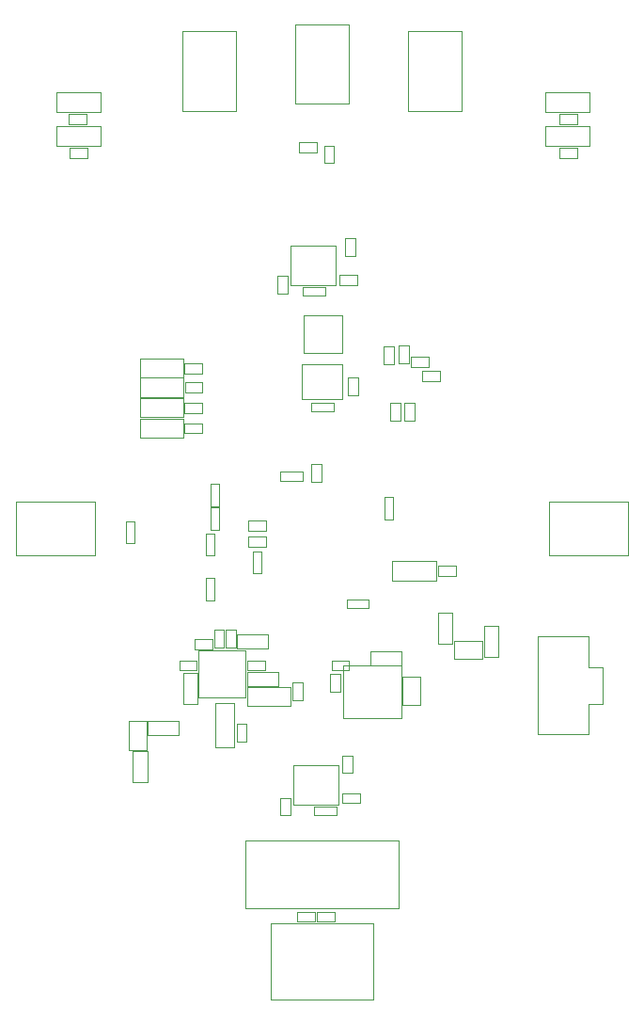
<source format=gbr>
G04 #@! TF.FileFunction,Other,User*
%FSLAX46Y46*%
G04 Gerber Fmt 4.6, Leading zero omitted, Abs format (unit mm)*
G04 Created by KiCad (PCBNEW 4.0.7-e2-6376~58~ubuntu16.04.1) date Mon Apr 16 03:32:28 2018*
%MOMM*%
%LPD*%
G01*
G04 APERTURE LIST*
%ADD10C,0.100000*%
%ADD11C,0.050000*%
G04 APERTURE END LIST*
D10*
D11*
X145779000Y-115300000D02*
X149779000Y-115300000D01*
X145779000Y-111700000D02*
X149779000Y-111700000D01*
X149779000Y-111700000D02*
X149779000Y-115300000D01*
X145779000Y-111700000D02*
X145779000Y-115300000D01*
X152980500Y-148194000D02*
X155780500Y-148194000D01*
X152980500Y-148194000D02*
X152980500Y-149494000D01*
X155780500Y-149494000D02*
X155780500Y-148194000D01*
X155780500Y-149494000D02*
X152980500Y-149494000D01*
X147632000Y-125838000D02*
X149632000Y-125838000D01*
X147632000Y-125838000D02*
X147632000Y-126638000D01*
X149632000Y-126638000D02*
X149632000Y-125838000D01*
X149632000Y-126638000D02*
X147632000Y-126638000D01*
X146891500Y-115424000D02*
X148891500Y-115424000D01*
X146891500Y-115424000D02*
X146891500Y-116224000D01*
X148891500Y-116224000D02*
X148891500Y-115424000D01*
X148891500Y-116224000D02*
X146891500Y-116224000D01*
X147886000Y-162160000D02*
X149886000Y-162160000D01*
X147886000Y-162160000D02*
X147886000Y-162960000D01*
X149886000Y-162960000D02*
X149886000Y-162160000D01*
X149886000Y-162960000D02*
X147886000Y-162960000D01*
X130918000Y-138499000D02*
X130918000Y-136499000D01*
X130918000Y-138499000D02*
X131718000Y-138499000D01*
X131718000Y-136499000D02*
X130918000Y-136499000D01*
X131718000Y-136499000D02*
X131718000Y-138499000D01*
X139338000Y-133154000D02*
X139338000Y-135154000D01*
X139338000Y-133154000D02*
X138538000Y-133154000D01*
X138538000Y-135154000D02*
X139338000Y-135154000D01*
X138538000Y-135154000D02*
X138538000Y-133154000D01*
X138538000Y-137292500D02*
X138538000Y-135292500D01*
X138538000Y-137292500D02*
X139338000Y-137292500D01*
X139338000Y-135292500D02*
X138538000Y-135292500D01*
X139338000Y-135292500D02*
X139338000Y-137292500D01*
X138893500Y-137599000D02*
X138893500Y-139599000D01*
X138893500Y-137599000D02*
X138093500Y-137599000D01*
X138093500Y-139599000D02*
X138893500Y-139599000D01*
X138093500Y-139599000D02*
X138093500Y-137599000D01*
X138093500Y-143642500D02*
X138093500Y-141642500D01*
X138093500Y-143642500D02*
X138893500Y-143642500D01*
X138893500Y-141642500D02*
X138093500Y-141642500D01*
X138893500Y-141642500D02*
X138893500Y-143642500D01*
X150807000Y-143554500D02*
X152807000Y-143554500D01*
X150807000Y-143554500D02*
X150807000Y-144354500D01*
X152807000Y-144354500D02*
X152807000Y-143554500D01*
X152807000Y-144354500D02*
X150807000Y-144354500D01*
X143148000Y-139208000D02*
X143148000Y-141208000D01*
X143148000Y-139208000D02*
X142348000Y-139208000D01*
X142348000Y-141208000D02*
X143148000Y-141208000D01*
X142348000Y-141208000D02*
X142348000Y-139208000D01*
X144817500Y-132061000D02*
X146817500Y-132061000D01*
X144817500Y-132061000D02*
X144817500Y-132861000D01*
X146817500Y-132861000D02*
X146817500Y-132061000D01*
X146817500Y-132861000D02*
X144817500Y-132861000D01*
X155022500Y-134360500D02*
X155022500Y-136360500D01*
X155022500Y-134360500D02*
X154222500Y-134360500D01*
X154222500Y-136360500D02*
X155022500Y-136360500D01*
X154222500Y-136360500D02*
X154222500Y-134360500D01*
X160352500Y-144765000D02*
X160352500Y-147565000D01*
X160352500Y-144765000D02*
X159052500Y-144765000D01*
X159052500Y-147565000D02*
X160352500Y-147565000D01*
X159052500Y-147565000D02*
X159052500Y-144765000D01*
X131557000Y-159947500D02*
X131557000Y-157147500D01*
X131557000Y-159947500D02*
X132857000Y-159947500D01*
X132857000Y-157147500D02*
X131557000Y-157147500D01*
X132857000Y-157147500D02*
X132857000Y-159947500D01*
X164480000Y-145932000D02*
X164480000Y-148732000D01*
X164480000Y-145932000D02*
X163180000Y-145932000D01*
X163180000Y-148732000D02*
X164480000Y-148732000D01*
X163180000Y-148732000D02*
X163180000Y-145932000D01*
X135714500Y-155780500D02*
X132914500Y-155780500D01*
X135714500Y-155780500D02*
X135714500Y-154480500D01*
X132914500Y-154480500D02*
X132914500Y-155780500D01*
X132914500Y-154480500D02*
X135714500Y-154480500D01*
X136065500Y-152962500D02*
X136065500Y-150162500D01*
X136065500Y-152962500D02*
X137365500Y-152962500D01*
X137365500Y-150162500D02*
X136065500Y-150162500D01*
X137365500Y-150162500D02*
X137365500Y-152962500D01*
X143755000Y-147970000D02*
X140955000Y-147970000D01*
X143755000Y-147970000D02*
X143755000Y-146670000D01*
X140955000Y-146670000D02*
X140955000Y-147970000D01*
X140955000Y-146670000D02*
X143755000Y-146670000D01*
X141844000Y-150035500D02*
X144644000Y-150035500D01*
X141844000Y-150035500D02*
X141844000Y-151335500D01*
X144644000Y-151335500D02*
X144644000Y-150035500D01*
X144644000Y-151335500D02*
X141844000Y-151335500D01*
X155470000Y-165205000D02*
X141720000Y-165205000D01*
X141720000Y-165205000D02*
X141720000Y-171355000D01*
X141720000Y-171355000D02*
X155470000Y-171355000D01*
X155470000Y-171355000D02*
X155470000Y-165205000D01*
X154938000Y-141820000D02*
X154938000Y-140120000D01*
X154938000Y-140120000D02*
X158838000Y-140120000D01*
X158838000Y-140120000D02*
X158838000Y-141820000D01*
X158838000Y-141820000D02*
X154938000Y-141820000D01*
X124712000Y-102704000D02*
X124712000Y-101004000D01*
X124712000Y-101004000D02*
X128612000Y-101004000D01*
X128612000Y-101004000D02*
X128612000Y-102704000D01*
X128612000Y-102704000D02*
X124712000Y-102704000D01*
X124712000Y-99656000D02*
X124712000Y-97956000D01*
X124712000Y-97956000D02*
X128612000Y-97956000D01*
X128612000Y-97956000D02*
X128612000Y-99656000D01*
X128612000Y-99656000D02*
X124712000Y-99656000D01*
X172638000Y-97956000D02*
X172638000Y-99656000D01*
X172638000Y-99656000D02*
X168738000Y-99656000D01*
X168738000Y-99656000D02*
X168738000Y-97956000D01*
X168738000Y-97956000D02*
X172638000Y-97956000D01*
X172638000Y-101004000D02*
X172638000Y-102704000D01*
X172638000Y-102704000D02*
X168738000Y-102704000D01*
X168738000Y-102704000D02*
X168738000Y-101004000D01*
X168738000Y-101004000D02*
X172638000Y-101004000D01*
X136082500Y-123610000D02*
X136082500Y-125310000D01*
X136082500Y-125310000D02*
X132182500Y-125310000D01*
X132182500Y-125310000D02*
X132182500Y-123610000D01*
X132182500Y-123610000D02*
X136082500Y-123610000D01*
X136082500Y-125451500D02*
X136082500Y-127151500D01*
X136082500Y-127151500D02*
X132182500Y-127151500D01*
X132182500Y-127151500D02*
X132182500Y-125451500D01*
X132182500Y-125451500D02*
X136082500Y-125451500D01*
X136082500Y-127293000D02*
X136082500Y-128993000D01*
X136082500Y-128993000D02*
X132182500Y-128993000D01*
X132182500Y-128993000D02*
X132182500Y-127293000D01*
X132182500Y-127293000D02*
X136082500Y-127293000D01*
X140677000Y-156806000D02*
X138977000Y-156806000D01*
X138977000Y-156806000D02*
X138977000Y-152906000D01*
X138977000Y-152906000D02*
X140677000Y-152906000D01*
X140677000Y-152906000D02*
X140677000Y-156806000D01*
X145734500Y-151423000D02*
X145734500Y-153123000D01*
X145734500Y-153123000D02*
X141834500Y-153123000D01*
X141834500Y-153123000D02*
X141834500Y-151423000D01*
X141834500Y-151423000D02*
X145734500Y-151423000D01*
X136010000Y-99575000D02*
X140860000Y-99575000D01*
X140860000Y-99575000D02*
X140860000Y-92425000D01*
X140860000Y-92425000D02*
X136010000Y-92425000D01*
X136010000Y-92425000D02*
X136010000Y-99575000D01*
X156330000Y-99575000D02*
X161180000Y-99575000D01*
X161180000Y-99575000D02*
X161180000Y-92425000D01*
X161180000Y-92425000D02*
X156330000Y-92425000D01*
X156330000Y-92425000D02*
X156330000Y-99575000D01*
X143990000Y-172670000D02*
X153190000Y-172670000D01*
X153190000Y-172670000D02*
X153190000Y-179520000D01*
X153190000Y-179520000D02*
X143990000Y-179520000D01*
X143990000Y-179520000D02*
X143990000Y-172670000D01*
X169030000Y-134740000D02*
X169030000Y-139590000D01*
X169030000Y-139590000D02*
X176180000Y-139590000D01*
X176180000Y-139590000D02*
X176180000Y-134740000D01*
X176180000Y-134740000D02*
X169030000Y-134740000D01*
X146170000Y-98940000D02*
X151020000Y-98940000D01*
X151020000Y-98940000D02*
X151020000Y-91790000D01*
X151020000Y-91790000D02*
X146170000Y-91790000D01*
X146170000Y-91790000D02*
X146170000Y-98940000D01*
X128150000Y-139580000D02*
X128150000Y-134730000D01*
X128150000Y-134730000D02*
X121000000Y-134730000D01*
X121000000Y-134730000D02*
X121000000Y-139580000D01*
X121000000Y-139580000D02*
X128150000Y-139580000D01*
X155854500Y-153077000D02*
X155854500Y-150477000D01*
X157454500Y-153077000D02*
X157454500Y-150477000D01*
X155854500Y-153077000D02*
X157454500Y-153077000D01*
X155854500Y-150477000D02*
X157454500Y-150477000D01*
X163046500Y-148882000D02*
X160446500Y-148882000D01*
X163046500Y-147282000D02*
X160446500Y-147282000D01*
X163046500Y-148882000D02*
X163046500Y-147282000D01*
X160446500Y-148882000D02*
X160446500Y-147282000D01*
X132816500Y-154465500D02*
X132816500Y-157065500D01*
X131216500Y-154465500D02*
X131216500Y-157065500D01*
X132816500Y-154465500D02*
X131216500Y-154465500D01*
X132816500Y-157065500D02*
X131216500Y-157065500D01*
X146906000Y-121350000D02*
X146906000Y-117950000D01*
X146906000Y-117950000D02*
X150406000Y-117950000D01*
X150406000Y-117950000D02*
X150406000Y-121350000D01*
X150406000Y-121350000D02*
X146906000Y-121350000D01*
X149346500Y-151861000D02*
X149346500Y-150261000D01*
X149346500Y-151861000D02*
X150246500Y-151861000D01*
X150246500Y-150261000D02*
X149346500Y-150261000D01*
X150246500Y-150261000D02*
X150246500Y-151861000D01*
X149446500Y-149029000D02*
X151046500Y-149029000D01*
X149446500Y-149029000D02*
X149446500Y-149929000D01*
X151046500Y-149929000D02*
X151046500Y-149029000D01*
X151046500Y-149929000D02*
X149446500Y-149929000D01*
X160624000Y-141420000D02*
X159024000Y-141420000D01*
X160624000Y-141420000D02*
X160624000Y-140520000D01*
X159024000Y-140520000D02*
X159024000Y-141420000D01*
X159024000Y-140520000D02*
X160624000Y-140520000D01*
X149702000Y-172535000D02*
X148102000Y-172535000D01*
X149702000Y-172535000D02*
X149702000Y-171635000D01*
X148102000Y-171635000D02*
X148102000Y-172535000D01*
X148102000Y-171635000D02*
X149702000Y-171635000D01*
X146335000Y-171635000D02*
X147935000Y-171635000D01*
X146335000Y-171635000D02*
X146335000Y-172535000D01*
X147935000Y-172535000D02*
X147935000Y-171635000D01*
X147935000Y-172535000D02*
X146335000Y-172535000D01*
X151834000Y-123602000D02*
X151834000Y-125202000D01*
X151834000Y-123602000D02*
X150934000Y-123602000D01*
X150934000Y-125202000D02*
X151834000Y-125202000D01*
X150934000Y-125202000D02*
X150934000Y-123602000D01*
X156914000Y-125888000D02*
X156914000Y-127488000D01*
X156914000Y-125888000D02*
X156014000Y-125888000D01*
X156014000Y-127488000D02*
X156914000Y-127488000D01*
X156014000Y-127488000D02*
X156014000Y-125888000D01*
X155644000Y-125888000D02*
X155644000Y-127488000D01*
X155644000Y-125888000D02*
X154744000Y-125888000D01*
X154744000Y-127488000D02*
X155644000Y-127488000D01*
X154744000Y-127488000D02*
X154744000Y-125888000D01*
X157638000Y-122994000D02*
X159238000Y-122994000D01*
X157638000Y-122994000D02*
X157638000Y-123894000D01*
X159238000Y-123894000D02*
X159238000Y-122994000D01*
X159238000Y-123894000D02*
X157638000Y-123894000D01*
X156622000Y-121737999D02*
X158222000Y-121737999D01*
X156622000Y-121737999D02*
X156622000Y-122637999D01*
X158222000Y-122637999D02*
X158222000Y-121737999D01*
X158222000Y-122637999D02*
X156622000Y-122637999D01*
X155506000Y-122270000D02*
X155506000Y-120670000D01*
X155506000Y-122270000D02*
X156406000Y-122270000D01*
X156406000Y-120670000D02*
X155506000Y-120670000D01*
X156406000Y-120670000D02*
X156406000Y-122270000D01*
X154150000Y-122350000D02*
X154150000Y-120750000D01*
X154150000Y-122350000D02*
X155050000Y-122350000D01*
X155050000Y-120750000D02*
X154150000Y-120750000D01*
X155050000Y-120750000D02*
X155050000Y-122350000D01*
X145484000Y-114458000D02*
X145484000Y-116058000D01*
X145484000Y-114458000D02*
X144584000Y-114458000D01*
X144584000Y-116058000D02*
X145484000Y-116058000D01*
X144584000Y-116058000D02*
X144584000Y-114458000D01*
X151734000Y-115258000D02*
X150134000Y-115258000D01*
X151734000Y-115258000D02*
X151734000Y-114358000D01*
X150134000Y-114358000D02*
X150134000Y-115258000D01*
X150134000Y-114358000D02*
X151734000Y-114358000D01*
X151580000Y-111018000D02*
X151580000Y-112618000D01*
X151580000Y-111018000D02*
X150680000Y-111018000D01*
X150680000Y-112618000D02*
X151580000Y-112618000D01*
X150680000Y-112618000D02*
X150680000Y-111018000D01*
X145738000Y-161379000D02*
X145738000Y-162979000D01*
X145738000Y-161379000D02*
X144838000Y-161379000D01*
X144838000Y-162979000D02*
X145738000Y-162979000D01*
X144838000Y-162979000D02*
X144838000Y-161379000D01*
X151988000Y-161867000D02*
X150388000Y-161867000D01*
X151988000Y-161867000D02*
X151988000Y-160967000D01*
X150388000Y-160967000D02*
X150388000Y-161867000D01*
X150388000Y-160967000D02*
X151988000Y-160967000D01*
X151326000Y-157569000D02*
X151326000Y-159169000D01*
X151326000Y-157569000D02*
X150426000Y-157569000D01*
X150426000Y-159169000D02*
X151326000Y-159169000D01*
X150426000Y-159169000D02*
X150426000Y-157569000D01*
X125888000Y-102928000D02*
X127488000Y-102928000D01*
X125888000Y-102928000D02*
X125888000Y-103828000D01*
X127488000Y-103828000D02*
X127488000Y-102928000D01*
X127488000Y-103828000D02*
X125888000Y-103828000D01*
X127350000Y-100780000D02*
X125750000Y-100780000D01*
X127350000Y-100780000D02*
X127350000Y-99880000D01*
X125750000Y-99880000D02*
X125750000Y-100780000D01*
X125750000Y-99880000D02*
X127350000Y-99880000D01*
X171546000Y-100780000D02*
X169946000Y-100780000D01*
X171546000Y-100780000D02*
X171546000Y-99880000D01*
X169946000Y-99880000D02*
X169946000Y-100780000D01*
X169946000Y-99880000D02*
X171546000Y-99880000D01*
X169946000Y-102928000D02*
X171546000Y-102928000D01*
X169946000Y-102928000D02*
X169946000Y-103828000D01*
X171546000Y-103828000D02*
X171546000Y-102928000D01*
X171546000Y-103828000D02*
X169946000Y-103828000D01*
X148775000Y-104305000D02*
X148775000Y-102705000D01*
X148775000Y-104305000D02*
X149675000Y-104305000D01*
X149675000Y-102705000D02*
X148775000Y-102705000D01*
X149675000Y-102705000D02*
X149675000Y-104305000D01*
X146520000Y-102420000D02*
X148120000Y-102420000D01*
X146520000Y-102420000D02*
X146520000Y-103320000D01*
X148120000Y-103320000D02*
X148120000Y-102420000D01*
X148120000Y-103320000D02*
X146520000Y-103320000D01*
X143553500Y-137356000D02*
X141953500Y-137356000D01*
X143553500Y-137356000D02*
X143553500Y-136456000D01*
X141953500Y-136456000D02*
X141953500Y-137356000D01*
X141953500Y-136456000D02*
X143553500Y-136456000D01*
X143548000Y-138816500D02*
X141948000Y-138816500D01*
X143548000Y-138816500D02*
X143548000Y-137916500D01*
X141948000Y-137916500D02*
X141948000Y-138816500D01*
X141948000Y-137916500D02*
X143548000Y-137916500D01*
X148532000Y-131338000D02*
X148532000Y-132938000D01*
X148532000Y-131338000D02*
X147632000Y-131338000D01*
X147632000Y-132938000D02*
X148532000Y-132938000D01*
X147632000Y-132938000D02*
X147632000Y-131338000D01*
X137833000Y-124910000D02*
X136233000Y-124910000D01*
X137833000Y-124910000D02*
X137833000Y-124010000D01*
X136233000Y-124010000D02*
X136233000Y-124910000D01*
X136233000Y-124010000D02*
X137833000Y-124010000D01*
X137827500Y-126751500D02*
X136227500Y-126751500D01*
X137827500Y-126751500D02*
X137827500Y-125851500D01*
X136227500Y-125851500D02*
X136227500Y-126751500D01*
X136227500Y-125851500D02*
X137827500Y-125851500D01*
X137827500Y-128593000D02*
X136227500Y-128593000D01*
X137827500Y-128593000D02*
X137827500Y-127693000D01*
X136227500Y-127693000D02*
X136227500Y-128593000D01*
X136227500Y-127693000D02*
X137827500Y-127693000D01*
X135730500Y-149029000D02*
X137330500Y-149029000D01*
X135730500Y-149029000D02*
X135730500Y-149929000D01*
X137330500Y-149929000D02*
X137330500Y-149029000D01*
X137330500Y-149929000D02*
X135730500Y-149929000D01*
X138869000Y-147866000D02*
X138869000Y-146266000D01*
X138869000Y-147866000D02*
X139769000Y-147866000D01*
X139769000Y-146266000D02*
X138869000Y-146266000D01*
X139769000Y-146266000D02*
X139769000Y-147866000D01*
X141801000Y-154717000D02*
X141801000Y-156317000D01*
X141801000Y-154717000D02*
X140901000Y-154717000D01*
X140901000Y-156317000D02*
X141801000Y-156317000D01*
X140901000Y-156317000D02*
X140901000Y-154717000D01*
X141890000Y-149029000D02*
X143490000Y-149029000D01*
X141890000Y-149029000D02*
X141890000Y-149929000D01*
X143490000Y-149929000D02*
X143490000Y-149029000D01*
X143490000Y-149929000D02*
X141890000Y-149929000D01*
X146817500Y-151034000D02*
X146817500Y-152634000D01*
X146817500Y-151034000D02*
X145917500Y-151034000D01*
X145917500Y-152634000D02*
X146817500Y-152634000D01*
X145917500Y-152634000D02*
X145917500Y-151034000D01*
X138722000Y-148024000D02*
X137122000Y-148024000D01*
X138722000Y-148024000D02*
X138722000Y-147124000D01*
X137122000Y-147124000D02*
X137122000Y-148024000D01*
X137122000Y-147124000D02*
X138722000Y-147124000D01*
X139948500Y-147871500D02*
X139948500Y-146271500D01*
X139948500Y-147871500D02*
X140848500Y-147871500D01*
X140848500Y-146271500D02*
X139948500Y-146271500D01*
X140848500Y-146271500D02*
X140848500Y-147871500D01*
X168035000Y-155690000D02*
X168035000Y-146890000D01*
X168035000Y-146890000D02*
X172585000Y-146890000D01*
X172585000Y-146890000D02*
X172585000Y-149640000D01*
X172585000Y-149640000D02*
X173885000Y-149640000D01*
X173885000Y-149640000D02*
X173885000Y-152940000D01*
X173885000Y-152940000D02*
X172585000Y-152940000D01*
X172585000Y-152940000D02*
X172585000Y-155690000D01*
X172585000Y-155690000D02*
X168035000Y-155690000D01*
X155780000Y-154185000D02*
X155780000Y-149485000D01*
X150480000Y-154185000D02*
X150480000Y-149485000D01*
X155780000Y-154185000D02*
X150480000Y-154185000D01*
X155780000Y-149485000D02*
X150480000Y-149485000D01*
X146732500Y-122356000D02*
X150432500Y-122356000D01*
X150432500Y-122356000D02*
X150432500Y-125556000D01*
X150432500Y-125556000D02*
X146732500Y-125556000D01*
X146732500Y-125556000D02*
X146732500Y-122356000D01*
X146033000Y-162036000D02*
X150033000Y-162036000D01*
X146033000Y-158436000D02*
X150033000Y-158436000D01*
X150033000Y-158436000D02*
X150033000Y-162036000D01*
X146033000Y-158436000D02*
X146033000Y-162036000D01*
X137473000Y-148141000D02*
X137473000Y-152341000D01*
X141673000Y-148141000D02*
X141673000Y-152341000D01*
X137473000Y-148141000D02*
X141673000Y-148141000D01*
X137473000Y-152341000D02*
X141673000Y-152341000D01*
X136100000Y-121900000D02*
X136100000Y-123600000D01*
X136100000Y-123600000D02*
X132200000Y-123600000D01*
X132200000Y-123600000D02*
X132200000Y-121900000D01*
X132200000Y-121900000D02*
X136100000Y-121900000D01*
X137800000Y-123200000D02*
X136200000Y-123200000D01*
X137800000Y-123200000D02*
X137800000Y-122300000D01*
X136200000Y-122300000D02*
X136200000Y-123200000D01*
X136200000Y-122300000D02*
X137800000Y-122300000D01*
M02*

</source>
